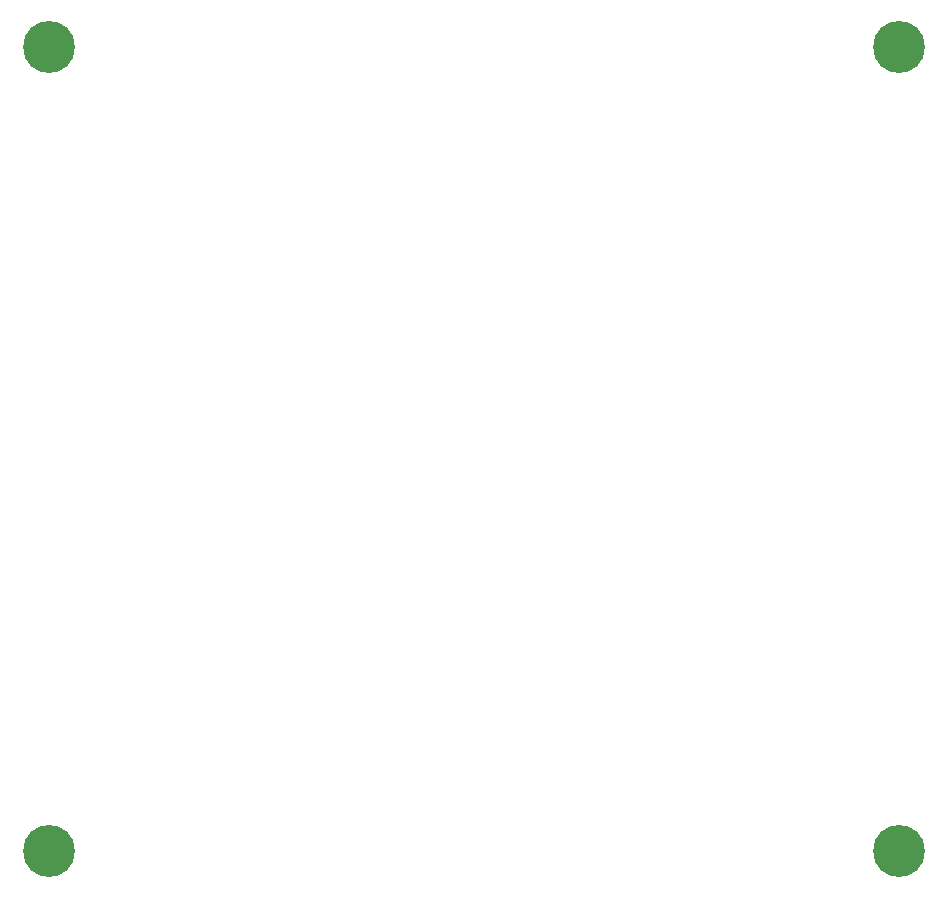
<source format=gbr>
%TF.GenerationSoftware,KiCad,Pcbnew,(7.0.0-rc1-156-g4c5a344629)*%
%TF.CreationDate,2023-03-07T17:49:22+10:30*%
%TF.ProjectId,bottom_plate,626f7474-6f6d-45f7-906c-6174652e6b69,rev?*%
%TF.SameCoordinates,Original*%
%TF.FileFunction,Soldermask,Bot*%
%TF.FilePolarity,Negative*%
%FSLAX46Y46*%
G04 Gerber Fmt 4.6, Leading zero omitted, Abs format (unit mm)*
G04 Created by KiCad (PCBNEW (7.0.0-rc1-156-g4c5a344629)) date 2023-03-07 17:49:22*
%MOMM*%
%LPD*%
G01*
G04 APERTURE LIST*
%ADD10C,0.700000*%
%ADD11C,4.400000*%
G04 APERTURE END LIST*
D10*
%TO.C,REF\u002A\u002A*%
X107220000Y-130090000D03*
X106736726Y-131256726D03*
X106736726Y-128923274D03*
X105570000Y-131740000D03*
D11*
X105570000Y-130090000D03*
D10*
X105570000Y-128440000D03*
X104403274Y-131256726D03*
X104403274Y-128923274D03*
X103920000Y-130090000D03*
%TD*%
%TO.C,REF\u002A\u002A*%
X179220000Y-130090000D03*
X178736726Y-131256726D03*
X178736726Y-128923274D03*
X177570000Y-131740000D03*
D11*
X177570000Y-130090000D03*
D10*
X177570000Y-128440000D03*
X176403274Y-131256726D03*
X176403274Y-128923274D03*
X175920000Y-130090000D03*
%TD*%
%TO.C,REF\u002A\u002A*%
X175920000Y-62090000D03*
X176403274Y-60923274D03*
X176403274Y-63256726D03*
X177570000Y-60440000D03*
D11*
X177570000Y-62090000D03*
D10*
X177570000Y-63740000D03*
X178736726Y-60923274D03*
X178736726Y-63256726D03*
X179220000Y-62090000D03*
%TD*%
%TO.C,REF\u002A\u002A*%
X106736726Y-63256726D03*
X105570000Y-60440000D03*
X104403274Y-60923274D03*
X103920000Y-62090000D03*
X106736726Y-60923274D03*
X104403274Y-63256726D03*
X105570000Y-63740000D03*
D11*
X105570000Y-62090000D03*
D10*
X107220000Y-62090000D03*
%TD*%
M02*

</source>
